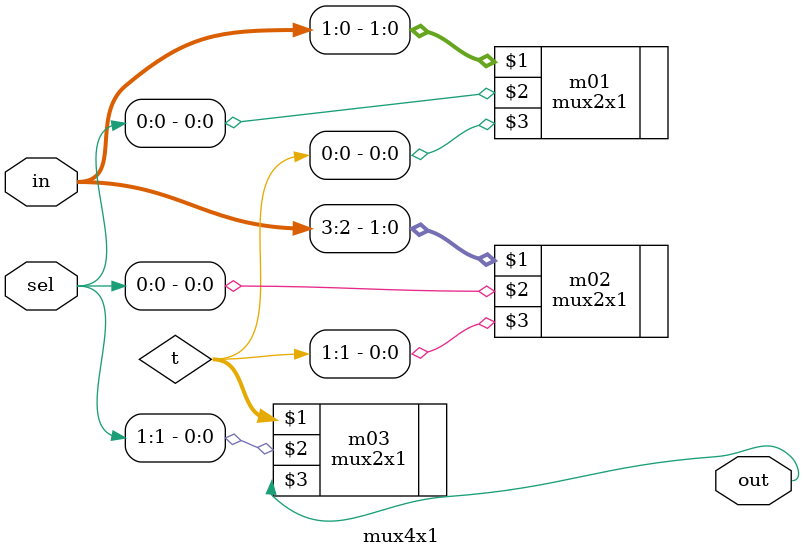
<source format=v>
`timescale 1ns / 1ps

module mux4x1(in,sel,out);
    input [3:0]in;
    input [1:0]sel;
    output out;
    wire [1:0]t;
    
    mux2x1 m01(in[1:0],sel[0],t[0]);
    mux2x1 m02(in[3:2],sel[0],t[1]);
    mux2x1 m03(t,sel[1],out);
    
    
endmodule

</source>
